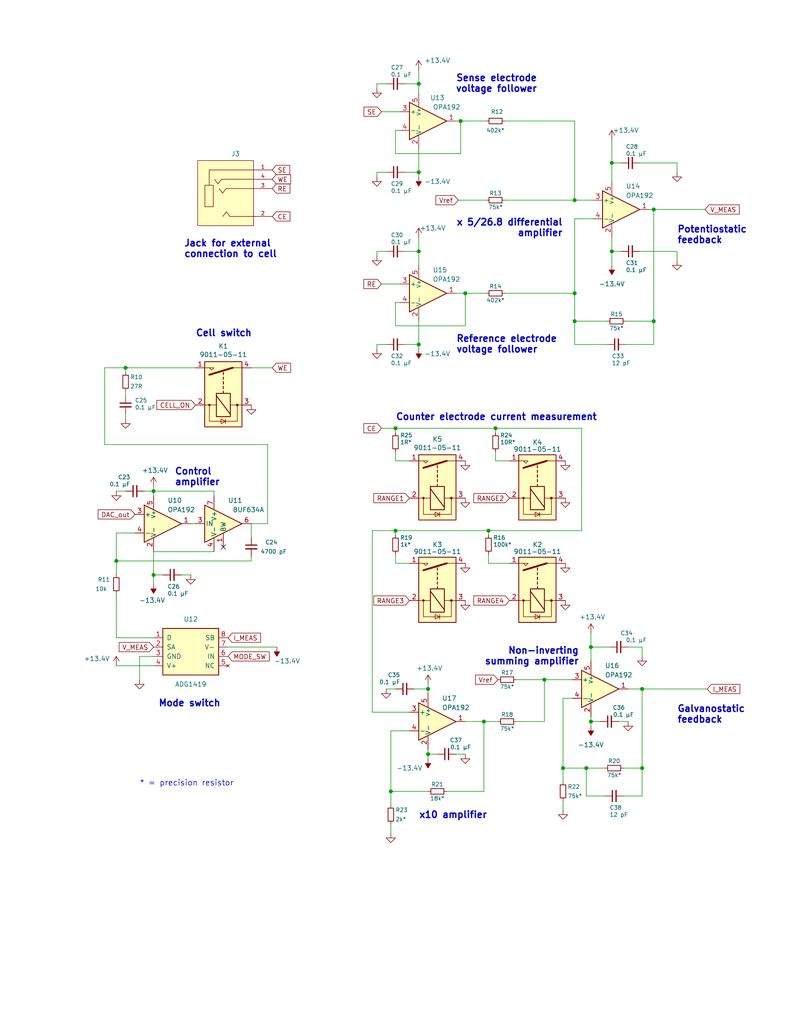
<source format=kicad_sch>
(kicad_sch (version 20211123) (generator eeschema)
  (paper "USLetter" portrait)
  (title_block (title "MYSTAT") (date "2024-05-04") (rev "1") (company "USB-Controlled Potentiostat/Galvanostat") (comment 1 "Based on TDSTATv3 designed by Thomas Dobbelaere") (comment 2 "by Matthew Yates"))
  (lib_symbols
    (symbol "Device:C_Small" (pin_numbers hide) (pin_names (offset 0.254) hide)
      (property "Reference" "C" (at 0.254 1.778 0))
      (property "Value" "C_Small" (at 0.254 -2.032 0))
      (symbol "C_Small_0_1"
        (polyline (pts (xy -1.524 -0.508) (xy 1.524 -0.508)) (stroke (width 0.3302)))
        (polyline (pts (xy -1.524 0.508) (xy 1.524 0.508)) (stroke (width 0.3048)))
      )
      (symbol "C_Small_1_1"
        (pin passive line (at 0 2.54 270) (length 2.032) (name "~") (number "1"))
        (pin passive line (at 0 -2.54 90) (length 2.032) (name "~") (number "2"))
      )
    )
    (symbol "Device:R_Small" (pin_numbers hide) (pin_names (offset 0.254) hide)
      (property "Reference" "R" (at 0.762 0.508 0))
      (property "Value" "R_Small" (at 0.762 -1.016 0))
      (symbol "R_Small_0_1"
        (rectangle (start -0.762 1.778) (end 0.762 -1.778) (stroke (width 0.2032)))
      )
      (symbol "R_Small_1_1"
        (pin passive line (at 0 2.54 270) (length 0.762) (name "~") (number "1"))
        (pin passive line (at 0 -2.54 90) (length 0.762) (name "~") (number "2"))
      )
    )
    (symbol "mylib:+13.4V" (power) (pin_names (offset 0))
      (property "Value" "+13.4V" (at 0 3.556 0))
      (symbol "+13.4V_0_1"
        (polyline (pts (xy -0.762 1.27) (xy 0 2.54)))
        (polyline (pts (xy 0 0) (xy 0 2.54)))
        (polyline (pts (xy 0 2.54) (xy 0.762 1.27)))
      )
      (symbol "+13.4V_1_1"
        (pin power_in line (at 0 0 90) (length 0) hide (name "+13.4V") (number "1"))
      )
    )
    (symbol "mylib:-13.4V" (power) (pin_names (offset 0))
      (property "Value" "-13.4V" (at 0 3.81 0))
      (symbol "-13.4V_0_0"
        (pin power_in line (at 0 0 90) (length 0) hide (name "-13.4V") (number "1"))
      )
      (symbol "-13.4V_0_1"
        (polyline (pts (xy 0 0) (xy 0 1.27) (xy 0.762 1.27) (xy 0 2.54) (xy -0.762 1.27) (xy 0 1.27)) (fill (type outline)))
      )
    )
    (symbol "mylib:9011-05-11" (pin_names (offset 1.016))
      (property "Reference" "K" (at 7.62 3.81 0))
      (property "Value" "9011-05-11" (at 7.62 1.27 0))
      (symbol "9011-05-11_0_0"
        (polyline (pts (xy 5.08 3.81) (xy 5.08 5.08)))
        (polyline (pts (xy 5.08 3.81) (xy 5.08 2.54) (xy 4.445 3.175) (xy 5.08 3.81)))
      )
      (symbol "9011-05-11_0_1"
        (rectangle (start -11.049 5.08) (end 6.731 -5.08) (stroke (width 0.254)) (fill (type background)))
        (rectangle (start -8.255 1.905) (end -1.905 -1.905) (stroke (width 0.254)))
        (circle (center -5.08 -3.81) (radius 0.2794) (fill (type outline)))
        (circle (center -5.08 3.81) (radius 0.254) (fill (type outline)))
        (polyline (pts (xy -8.89 -0.635) (xy -10.16 -0.635)))
        (polyline (pts (xy -7.62 -1.905) (xy -2.54 1.905)) (stroke (width 0.254)))
        (polyline (pts (xy -5.08 -5.08) (xy -5.08 -1.905)))
        (polyline (pts (xy -5.08 5.08) (xy -5.08 1.905)))
        (polyline (pts (xy -1.905 0) (xy -1.27 0)) (stroke (width 0.254)))
        (polyline (pts (xy -0.635 0) (xy 0 0)) (stroke (width 0.254)))
        (polyline (pts (xy 0.635 0) (xy 1.27 0)) (stroke (width 0.254)))
        (polyline (pts (xy 0.635 0) (xy 1.27 0)) (stroke (width 0.254)))
        (polyline (pts (xy 1.905 0) (xy 2.54 0)) (stroke (width 0.254)))
        (polyline (pts (xy 3.175 0) (xy 3.81 0)) (stroke (width 0.254)))
        (polyline (pts (xy 5.08 -2.54) (xy 3.175 3.81)) (stroke (width 0.508)))
        (polyline (pts (xy 5.08 -2.54) (xy 5.08 -5.08)))
        (polyline (pts (xy -9.525 -0.635) (xy -10.16 0.635) (xy -8.89 0.635) (xy -9.525 -0.635)))
        (polyline (pts (xy -5.08 3.81) (xy -9.525 3.81) (xy -9.525 -3.81) (xy -5.08 -3.81)))
      )
      (symbol "9011-05-11_1_1"
        (pin passive line (at 5.08 7.62 270) (length 2.54) (name "~") (number "1"))
        (pin passive line (at -5.08 7.62 270) (length 2.54) (name "~") (number "2"))
        (pin passive line (at -5.08 -7.62 90) (length 2.54) (name "~") (number "3"))
        (pin passive line (at 5.08 -7.62 90) (length 2.54) (name "~") (number "4"))
      )
    )
    (symbol "mylib:ADG1419" (pin_names (offset 1.016))
      (property "Reference" "U" (at -7.62 8.89 0))
      (property "Value" "ADG1419" (at -7.62 -6.35 0))
      (symbol "ADG1419_0_0"
        (rectangle (start -7.62 7.62) (end 7.62 -5.08) (stroke (width 0.254)) (fill (type background)))
        (pin passive line (at -10.16 5.08 0) (length 2.54) (name "D") (number "1"))
        (pin passive line (at -10.16 2.54 0) (length 2.54) (name "SA") (number "2"))
        (pin power_in line (at -10.16 0 0) (length 2.54) (name "GND") (number "3"))
        (pin power_in line (at -10.16 -2.54 0) (length 2.54) (name "V+") (number "4"))
        (pin no_connect line (at 10.16 -2.54 180) (length 2.54) (name "NC") (number "5"))
        (pin input line (at 10.16 0 180) (length 2.54) (name "IN") (number "6"))
        (pin power_in line (at 10.16 2.54 180) (length 2.54) (name "V-") (number "7"))
        (pin passive line (at 10.16 5.08 180) (length 2.54) (name "SB") (number "8"))
      )
    )
    (symbol "mylib:BUF634A" (pin_names (offset 0.254))
      (property "Reference" "U" (at 5.08 6.35 0))
      (property "Value" "BUF634A" (at 6.35 -6.35 0))
      (symbol "BUF634A_0_1"
        (polyline (pts (xy 5.08 0) (xy -5.08 5.08) (xy -5.08 -5.08) (xy 5.08 0)) (stroke (width 0.254)) (fill (type background)))
      )
      (symbol "BUF634A_1_1"
        (pin passive line (at 0 -6.35 90) (length 3.81) (name "BW") (number "1"))
        (pin input line (at -7.62 0 0) (length 2.54) (name "IN") (number "3"))
        (pin power_in line (at -2.54 -7.62 90) (length 3.81) (name "V-") (number "4"))
        (pin output line (at 7.62 0 180) (length 2.54) (name "~") (number "6"))
        (pin power_in line (at -2.54 7.62 270) (length 3.81) (name "V+") (number "7"))
      )
    )
    (symbol "mylib:OPA192" (pin_names (offset 0.127))
      (property "Reference" "U" (at 0 16.51 0))
      (property "Value" "OPA192" (at 0 -17.78 0))
      (symbol "OPA192_1_1"
        (polyline (pts (xy -5.08 5.08) (xy 5.08 0) (xy -5.08 -5.08) (xy -5.08 5.08)) (stroke (width 0.254)) (fill (type background)))
        (pin output line (at 7.62 0 180) (length 2.54) (name "~") (number "1"))
        (pin power_in line (at -2.54 -7.62 90) (length 3.81) (name "V-") (number "2"))
        (pin input line (at -7.62 2.54 0) (length 2.54) (name "+") (number "3"))
        (pin input line (at -7.62 -2.54 0) (length 2.54) (name "-") (number "4"))
        (pin power_in line (at -2.54 7.62 270) (length 3.81) (name "V+") (number "5"))
      )
    )
    (symbol "mylib:SJ1-42534-SMT" (pin_names (offset 1.016) hide)
      (property "Reference" "J" (at -7.62 10.668 0))
      (symbol "SJ1-42534-SMT_0_0"
        (polyline (pts (xy -5.6642 -2.413) (xy -5.6642 3.429)) (stroke (width 0.1524)))
        (polyline (pts (xy -5.6642 3.429) (xy -4.4958 3.429)) (stroke (width 0.1524)))
        (polyline (pts (xy -4.4958 3.429) (xy -3.3782 3.429)) (stroke (width 0.1524)))
        (polyline (pts (xy -4.4958 7.62) (xy -4.4958 3.429)) (stroke (width 0.1524)))
        (polyline (pts (xy -3.3782 -2.413) (xy -5.6642 -2.413)) (stroke (width 0.1524)))
        (polyline (pts (xy -3.3782 3.429) (xy -3.3782 -2.413)) (stroke (width 0.1524)))
        (polyline (pts (xy -2.0828 3.81) (xy -3.048 5.08)) (stroke (width 0.1524)))
        (polyline (pts (xy -1.143 5.08) (xy -2.0828 3.81)) (stroke (width 0.1524)))
        (polyline (pts (xy -0.8382 1.27) (xy -1.778 2.54)) (stroke (width 0.1524)))
        (polyline (pts (xy 0.127 2.54) (xy -0.8382 1.27)) (stroke (width 0.1524)))
        (polyline (pts (xy 0.2032 -3.81) (xy -0.762 -5.08)) (stroke (width 0.1524)))
        (polyline (pts (xy 1.143 -5.08) (xy 0.2032 -3.81)) (stroke (width 0.1524)))
        (polyline (pts (xy 7.62 2.54) (xy 0.127 2.54)) (stroke (width 0.1524)))
        (polyline (pts (xy 7.62 5.08) (xy -1.143 5.08)) (stroke (width 0.1524)))
        (polyline (pts (xy 7.62 7.62) (xy -4.4958 7.62)) (stroke (width 0.1524)))
        (polyline (pts (xy 8.255 -5.08) (xy 1.143 -5.08)) (stroke (width 0.1524)))
        (pin passive line (at 12.7 7.62 180) (length 5.08) (name "1") (number "1"))
        (pin passive line (at 12.7 -5.08 180) (length 5.08) (name "2") (number "2"))
        (pin passive line (at 12.7 2.54 180) (length 5.08) (name "3") (number "3"))
        (pin passive line (at 12.7 5.08 180) (length 5.08) (name "4") (number "4"))
      )
      (symbol "SJ1-42534-SMT_1_1"
        (rectangle (start -7.62 10.16) (end 7.62 -7.62) (fill (type background)))
      )
    )
    (symbol "power:GND" (power) (pin_names (offset 0))
      (property "Value" "GND" (at 0 -3.81 0))
      (symbol "GND_0_1"
        (polyline (pts (xy 0 0) (xy 0 -1.27) (xy 1.27 -1.27) (xy 0 -2.54) (xy -1.27 -1.27) (xy 0 -1.27)))
      )
      (symbol "GND_1_1"
        (pin power_in line (at 0 0 270) (length 0) hide (name "GND") (number "1"))
      )
    )
  )
  (junction (at 156.845 80.01))
  (junction (at 175.26 209.55))
  (junction (at 41.91 133.985))
  (junction (at 106.68 215.9))
  (junction (at 31.75 153.035))
  (junction (at 153.67 209.55))
  (junction (at 34.29 100.33))
  (junction (at 148.59 185.42))
  (junction (at 107.95 116.84))
  (junction (at 125.73 33.02))
  (junction (at 178.435 87.63))
  (junction (at 41.91 156.845))
  (junction (at 135.255 116.84))
  (junction (at 127 80.01))
  (junction (at 161.29 176.53))
  (junction (at 116.84 187.96))
  (junction (at 156.845 87.63))
  (junction (at 167.005 44.45))
  (junction (at 160.02 209.55))
  (junction (at 161.29 196.85))
  (junction (at 114.3 68.58))
  (junction (at 156.845 54.61))
  (junction (at 167.005 68.58))
  (junction (at 175.26 187.96))
  (junction (at 133.35 144.78))
  (junction (at 107.95 144.78))
  (junction (at 114.3 93.98))
  (junction (at 132.08 196.85))
  (junction (at 114.3 22.86))
  (junction (at 114.3 46.99))
  (junction (at 178.435 57.15))
  (junction (at 116.84 205.74))
  (no_connect (at 60.96 149.225))
  (wire (pts (xy 132.08 196.85) (xy 135.89 196.85)))
  (wire (pts (xy 31.75 153.035) (xy 31.75 156.845)))
  (wire (pts (xy 114.3 46.99) (xy 114.3 48.26)))
  (wire (pts (xy 161.29 196.85) (xy 161.29 198.12)))
  (wire (pts (xy 170.815 87.63) (xy 178.435 87.63)))
  (wire (pts (xy 156.845 54.61) (xy 161.925 54.61)))
  (wire (pts (xy 160.02 209.55) (xy 165.1 209.55)))
  (wire (pts (xy 171.45 176.53) (xy 175.26 176.53)))
  (wire (pts (xy 178.435 57.15) (xy 192.405 57.15)))
  (wire (pts (xy 127 196.85) (xy 132.08 196.85)))
  (wire (pts (xy 161.29 180.34) (xy 161.29 176.53)))
  (wire (pts (xy 106.68 199.39) (xy 106.68 215.9)))
  (wire (pts (xy 175.26 176.53) (xy 175.26 179.07)))
  (wire (pts (xy 73.025 121.285) (xy 28.575 121.285)))
  (wire (pts (xy 156.845 33.02) (xy 137.795 33.02)))
  (wire (pts (xy 156.845 87.63) (xy 156.845 80.01)))
  (wire (pts (xy 167.005 68.58) (xy 167.005 72.39)))
  (wire (pts (xy 153.67 209.55) (xy 153.67 213.36)))
  (wire (pts (xy 31.75 145.415) (xy 36.83 145.415)))
  (wire (pts (xy 102.87 46.99) (xy 102.87 48.26)))
  (wire (pts (xy 166.37 176.53) (xy 161.29 176.53)))
  (wire (pts (xy 34.29 100.33) (xy 53.34 100.33)))
  (wire (pts (xy 105.41 187.96) (xy 107.95 187.96)))
  (wire (pts (xy 133.35 153.67) (xy 133.35 151.13)))
  (wire (pts (xy 102.87 93.98) (xy 102.87 95.25)))
  (wire (pts (xy 160.02 217.17) (xy 160.02 209.55)))
  (wire (pts (xy 165.735 87.63) (xy 156.845 87.63)))
  (wire (pts (xy 44.45 156.845) (xy 41.91 156.845)))
  (wire (pts (xy 139.065 125.73) (xy 135.255 125.73)))
  (wire (pts (xy 41.91 173.99) (xy 31.75 173.99)))
  (wire (pts (xy 109.22 35.56) (xy 107.95 35.56)))
  (wire (pts (xy 113.03 187.96) (xy 116.84 187.96)))
  (wire (pts (xy 114.3 40.64) (xy 114.3 46.99)))
  (wire (pts (xy 31.75 145.415) (xy 31.75 153.035)))
  (wire (pts (xy 167.005 68.58) (xy 167.005 64.77)))
  (wire (pts (xy 106.68 215.9) (xy 106.68 219.71)))
  (wire (pts (xy 127 80.01) (xy 127 88.9)))
  (wire (pts (xy 177.165 57.15) (xy 178.435 57.15)))
  (wire (pts (xy 175.26 217.17) (xy 170.18 217.17)))
  (wire (pts (xy 174.625 44.45) (xy 184.785 44.45)))
  (wire (pts (xy 34.29 114.3) (xy 34.29 113.03)))
  (wire (pts (xy 104.14 30.48) (xy 109.22 30.48)))
  (wire (pts (xy 156.845 93.98) (xy 156.845 87.63)))
  (wire (pts (xy 161.29 176.53) (xy 161.29 172.72)))
  (wire (pts (xy 125.73 33.02) (xy 125.73 41.91)))
  (wire (pts (xy 114.3 25.4) (xy 114.3 22.86)))
  (wire (pts (xy 169.545 68.58) (xy 167.005 68.58)))
  (wire (pts (xy 102.87 22.86) (xy 102.87 24.13)))
  (wire (pts (xy 41.91 133.985) (xy 41.91 135.255)))
  (wire (pts (xy 133.35 153.67) (xy 139.065 153.67)))
  (wire (pts (xy 116.84 204.47) (xy 116.84 205.74)))
  (wire (pts (xy 107.95 151.13) (xy 107.95 153.67)))
  (wire (pts (xy 158.75 116.84) (xy 158.75 144.78)))
  (wire (pts (xy 107.95 144.78) (xy 133.35 144.78)))
  (wire (pts (xy 41.91 156.845) (xy 41.91 159.385)))
  (wire (pts (xy 124.46 33.02) (xy 125.73 33.02)))
  (wire (pts (xy 178.435 87.63) (xy 178.435 93.98)))
  (wire (pts (xy 38.1 179.07) (xy 38.1 185.42)))
  (wire (pts (xy 68.58 146.685) (xy 68.58 142.875)))
  (wire (pts (xy 124.46 80.01) (xy 127 80.01)))
  (wire (pts (xy 175.26 209.55) (xy 170.18 209.55)))
  (wire (pts (xy 175.26 187.96) (xy 175.26 209.55)))
  (wire (pts (xy 156.845 59.69) (xy 161.925 59.69)))
  (wire (pts (xy 175.26 187.96) (xy 193.04 187.96)))
  (wire (pts (xy 132.08 215.9) (xy 132.08 196.85)))
  (wire (pts (xy 107.95 123.19) (xy 107.95 125.73)))
  (wire (pts (xy 73.025 142.875) (xy 73.025 121.285)))
  (wire (pts (xy 110.49 22.86) (xy 114.3 22.86)))
  (wire (pts (xy 132.715 54.61) (xy 125.095 54.61)))
  (wire (pts (xy 153.67 218.44) (xy 153.67 220.98)))
  (wire (pts (xy 105.41 46.99) (xy 102.87 46.99)))
  (wire (pts (xy 110.49 68.58) (xy 114.3 68.58)))
  (wire (pts (xy 107.95 116.84) (xy 107.95 118.11)))
  (wire (pts (xy 116.84 187.96) (xy 116.84 189.23)))
  (wire (pts (xy 39.37 133.985) (xy 41.91 133.985)))
  (wire (pts (xy 132.715 33.02) (xy 125.73 33.02)))
  (wire (pts (xy 28.575 121.285) (xy 28.575 100.33)))
  (wire (pts (xy 49.53 156.845) (xy 52.07 156.845)))
  (wire (pts (xy 163.83 196.85) (xy 161.29 196.85)))
  (wire (pts (xy 58.42 150.495) (xy 41.91 150.495)))
  (wire (pts (xy 135.255 116.84) (xy 107.95 116.84)))
  (wire (pts (xy 68.58 142.875) (xy 73.025 142.875)))
  (wire (pts (xy 41.91 179.07) (xy 38.1 179.07)))
  (wire (pts (xy 148.59 196.85) (xy 140.97 196.85)))
  (wire (pts (xy 105.41 22.86) (xy 102.87 22.86)))
  (wire (pts (xy 105.41 93.98) (xy 102.87 93.98)))
  (wire (pts (xy 148.59 185.42) (xy 148.59 196.85)))
  (wire (pts (xy 127 88.9) (xy 107.95 88.9)))
  (wire (pts (xy 121.92 215.9) (xy 132.08 215.9)))
  (wire (pts (xy 31.75 133.985) (xy 34.29 133.985)))
  (wire (pts (xy 101.6 144.78) (xy 101.6 194.31)))
  (wire (pts (xy 135.255 123.19) (xy 135.255 125.73)))
  (wire (pts (xy 68.58 153.035) (xy 68.58 151.765)))
  (wire (pts (xy 107.95 35.56) (xy 107.95 41.91)))
  (wire (pts (xy 107.95 82.55) (xy 109.22 82.55)))
  (wire (pts (xy 107.95 125.73) (xy 111.76 125.73)))
  (wire (pts (xy 68.58 100.33) (xy 74.295 100.33)))
  (wire (pts (xy 31.75 173.99) (xy 31.75 161.925)))
  (wire (pts (xy 41.91 133.985) (xy 58.42 133.985)))
  (wire (pts (xy 107.95 153.67) (xy 111.76 153.67)))
  (wire (pts (xy 156.21 190.5) (xy 153.67 190.5)))
  (wire (pts (xy 148.59 185.42) (xy 156.21 185.42)))
  (wire (pts (xy 161.29 195.58) (xy 161.29 196.85)))
  (wire (pts (xy 140.97 185.42) (xy 148.59 185.42)))
  (wire (pts (xy 178.435 57.15) (xy 178.435 87.63)))
  (wire (pts (xy 153.67 209.55) (xy 160.02 209.55)))
  (wire (pts (xy 41.91 132.715) (xy 41.91 133.985)))
  (wire (pts (xy 170.815 93.98) (xy 178.435 93.98)))
  (wire (pts (xy 116.84 215.9) (xy 106.68 215.9)))
  (wire (pts (xy 114.3 68.58) (xy 114.3 64.77)))
  (wire (pts (xy 114.3 22.86) (xy 114.3 19.05)))
  (wire (pts (xy 111.76 199.39) (xy 106.68 199.39)))
  (wire (pts (xy 165.1 217.17) (xy 160.02 217.17)))
  (wire (pts (xy 34.29 106.68) (xy 34.29 107.95)))
  (wire (pts (xy 106.68 224.79) (xy 106.68 227.33)))
  (wire (pts (xy 41.91 150.495) (xy 41.91 156.845)))
  (wire (pts (xy 62.23 176.53) (xy 75.565 176.53)))
  (wire (pts (xy 167.005 44.45) (xy 167.005 49.53)))
  (wire (pts (xy 52.07 142.875) (xy 53.34 142.875)))
  (wire (pts (xy 184.785 44.45) (xy 184.785 46.99)))
  (wire (pts (xy 31.75 153.035) (xy 68.58 153.035)))
  (wire (pts (xy 169.545 44.45) (xy 167.005 44.45)))
  (wire (pts (xy 114.3 93.98) (xy 114.3 95.25)))
  (wire (pts (xy 114.3 87.63) (xy 114.3 93.98)))
  (wire (pts (xy 132.715 80.01) (xy 127 80.01)))
  (wire (pts (xy 116.84 186.69) (xy 116.84 187.96)))
  (wire (pts (xy 34.29 100.33) (xy 34.29 101.6)))
  (wire (pts (xy 102.87 68.58) (xy 102.87 69.85)))
  (wire (pts (xy 114.3 68.58) (xy 114.3 72.39)))
  (wire (pts (xy 184.785 71.12) (xy 184.785 68.58)))
  (wire (pts (xy 156.845 93.98) (xy 165.735 93.98)))
  (wire (pts (xy 167.005 38.1) (xy 167.005 44.45)))
  (wire (pts (xy 105.41 68.58) (xy 102.87 68.58)))
  (wire (pts (xy 110.49 46.99) (xy 114.3 46.99)))
  (wire (pts (xy 104.14 116.84) (xy 107.95 116.84)))
  (wire (pts (xy 119.38 205.74) (xy 116.84 205.74)))
  (wire (pts (xy 168.91 196.85) (xy 171.45 196.85)))
  (wire (pts (xy 109.22 77.47) (xy 104.14 77.47)))
  (wire (pts (xy 107.95 82.55) (xy 107.95 88.9)))
  (wire (pts (xy 101.6 194.31) (xy 111.76 194.31)))
  (wire (pts (xy 135.255 116.84) (xy 135.255 118.11)))
  (wire (pts (xy 41.91 181.61) (xy 31.75 181.61)))
  (wire (pts (xy 156.845 59.69) (xy 156.845 80.01)))
  (wire (pts (xy 101.6 144.78) (xy 107.95 144.78)))
  (wire (pts (xy 125.73 41.91) (xy 107.95 41.91)))
  (wire (pts (xy 175.26 209.55) (xy 175.26 217.17)))
  (wire (pts (xy 158.75 116.84) (xy 135.255 116.84)))
  (wire (pts (xy 58.42 133.985) (xy 58.42 135.255)))
  (wire (pts (xy 171.45 187.96) (xy 175.26 187.96)))
  (wire (pts (xy 137.795 54.61) (xy 156.845 54.61)))
  (wire (pts (xy 28.575 100.33) (xy 34.29 100.33)))
  (wire (pts (xy 153.67 190.5) (xy 153.67 209.55)))
  (wire (pts (xy 107.95 144.78) (xy 107.95 146.05)))
  (wire (pts (xy 184.785 68.58) (xy 174.625 68.58)))
  (wire (pts (xy 116.84 205.74) (xy 116.84 207.01)))
  (wire (pts (xy 133.35 144.78) (xy 158.75 144.78)))
  (wire (pts (xy 137.795 80.01) (xy 156.845 80.01)))
  (wire (pts (xy 156.845 33.02) (xy 156.845 54.61)))
  (wire (pts (xy 124.46 205.74) (xy 127 205.74)))
  (wire (pts (xy 133.35 146.05) (xy 133.35 144.78)))
  (wire (pts (xy 110.49 93.98) (xy 114.3 93.98)))
  (text "Sense electrode\nvoltage follower" (at 146.685 25.4 180) (effects (font (size 1.8034 1.8034) (thickness 0.3607) bold) (justify right bottom)))
  (text "Mode switch" (at 43.18 193.04 0) (effects (font (size 1.8034 1.8034) (thickness 0.3607) bold) (justify left bottom)))
  (text "x10 amplifier" (at 114.3 223.52 0) (effects (font (size 1.8034 1.8034) (thickness 0.3607) bold) (justify left bottom)))
  (text "Galvanostatic\nfeedback" (at 184.785 197.485 0) (effects (font (size 1.8034 1.8034) (thickness 0.3607) bold) (justify left bottom)))
  (text "Non-inverting\nsumming amplifier" (at 158.115 181.61 180) (effects (font (size 1.8034 1.8034) (thickness 0.3607) bold) (justify right bottom)))
  (text "* = precision resistor" (at 38.1 214.63 0) (effects (font (size 1.524 1.524)) (justify left bottom)))
  (text "Counter electrode current measurement" (at 107.95 114.935 0) (effects (font (size 1.8034 1.8034) (thickness 0.3607) bold) (justify left bottom)))
  (text "x 5/26.8 differential\namplifier" (at 153.67 64.77 180) (effects (font (size 1.8034 1.8034) (thickness 0.3607) bold) (justify right bottom)))
  (text "Reference electrode\nvoltage follower" (at 124.46 96.52 0) (effects (font (size 1.8034 1.8034) (thickness 0.3607) bold) (justify left bottom)))
  (text "Control\namplifier" (at 47.625 132.715 0) (effects (font (size 1.8034 1.8034) (thickness 0.3607) bold) (justify left bottom)))
  (text "Cell switch" (at 53.34 92.075 0) (effects (font (size 1.8034 1.8034) (thickness 0.3607) bold) (justify left bottom)))
  (text "Potentiostatic\nfeedback" (at 184.785 66.675 0) (effects (font (size 1.8034 1.8034) (thickness 0.3607) bold) (justify left bottom)))
  (text "Jack for external\nconnection to cell" (at 50.165 70.485 0) (effects (font (size 1.8034 1.8034) (thickness 0.3607) bold) (justify left bottom)))
  (global_label "RE" (shape input) (at 104.14 77.47 180) (property "Intersheet References" "${INTERSHEET_REFS}" (effects hide)))
  (global_label "CELL_ON" (shape input) (at 53.34 110.49 180) (property "Intersheet References" "${INTERSHEET_REFS}" (effects hide)))
  (global_label "RE" (shape input) (at 74.295 51.435 0) (property "Intersheet References" "${INTERSHEET_REFS}" (effects hide)))
  (global_label "I_MEAS" (shape input) (at 193.04 187.96 0) (property "Intersheet References" "${INTERSHEET_REFS}" (effects hide)))
  (global_label "SE" (shape input) (at 104.14 30.48 180) (property "Intersheet References" "${INTERSHEET_REFS}" (effects hide)))
  (global_label "MODE_SW" (shape input) (at 62.23 179.07 0) (property "Intersheet References" "${INTERSHEET_REFS}" (effects hide)))
  (global_label "RANGE4" (shape input) (at 139.065 163.83 180) (property "Intersheet References" "${INTERSHEET_REFS}" (effects hide)))
  (global_label "DAC_out" (shape input) (at 36.83 140.335 180) (property "Intersheet References" "${INTERSHEET_REFS}" (effects hide)))
  (global_label "WE" (shape input) (at 74.295 100.33 0) (property "Intersheet References" "${INTERSHEET_REFS}" (effects hide)))
  (global_label "RANGE2" (shape input) (at 139.065 135.89 180) (property "Intersheet References" "${INTERSHEET_REFS}" (effects hide)))
  (global_label "CE" (shape input) (at 104.14 116.84 180) (property "Intersheet References" "${INTERSHEET_REFS}" (effects hide)))
  (global_label "SE" (shape input) (at 74.295 46.355 0) (property "Intersheet References" "${INTERSHEET_REFS}" (effects hide)))
  (global_label "WE" (shape input) (at 74.295 48.895 0) (property "Intersheet References" "${INTERSHEET_REFS}" (effects hide)))
  (global_label "I_MEAS" (shape input) (at 62.23 173.99 0) (property "Intersheet References" "${INTERSHEET_REFS}" (effects hide)))
  (global_label "V_MEAS" (shape input) (at 41.91 176.53 180) (property "Intersheet References" "${INTERSHEET_REFS}" (effects hide)))
  (global_label "CE" (shape input) (at 74.295 59.055 0) (property "Intersheet References" "${INTERSHEET_REFS}" (effects hide)))
  (global_label "RANGE3" (shape input) (at 111.76 163.83 180) (property "Intersheet References" "${INTERSHEET_REFS}" (effects hide)))
  (global_label "Vref" (shape input) (at 135.89 185.42 180) (property "Intersheet References" "${INTERSHEET_REFS}" (effects hide)))
  (global_label "RANGE1" (shape input) (at 111.76 135.89 180) (property "Intersheet References" "${INTERSHEET_REFS}" (effects hide)))
  (global_label "Vref" (shape input) (at 125.095 54.61 180) (property "Intersheet References" "${INTERSHEET_REFS}" (effects hide)))
  (global_label "V_MEAS" (shape input) (at 192.405 57.15 0) (property "Intersheet References" "${INTERSHEET_REFS}" (effects hide)))
  (symbol (lib_id "mylib:OPA192") (at 116.84 33.02 0) (unit 1)
    (property "Reference" "U13" (at 119.38 26.67 0))
    (property "Value" "OPA192" (at 121.92 29.21 0))
    (property "Footprint" "my_footprints:OPA192" (effects hide))
    (property "Datasheet" "http://www.ti.com/general/docs/suppproductinfo.tsp?distId=10&gotoUrl=http%3A%2F%2Fwww.ti.com%2Flit%2Fgpn%2Fopa192" (effects hide))
    (property "Manufacturer" "Texas Instruments" (effects hide))
    (property "Part Number" "OPA192IDBVR" (effects hide))
  )
  (symbol (lib_id "Device:C_Small") (at 34.29 110.49 0) (unit 1)
    (property "Reference" "C25" (at 36.83 109.22 0) (effects (font (size 1.0922 1.0922)) (justify left)))
    (property "Value" "0.1 µF" (at 36.83 111.76 0) (effects (font (size 1.0922 1.0922)) (justify left bottom)))
    (property "Footprint" "Capacitor_SMD:C_0805_2012Metric" (effects hide))
    (property "Datasheet" "http://datasheets.avx.com/X7RDielectric.pdf" (effects hide))
    (property "Manufacturer" "AVX Corporation" (effects hide))
    (property "Part Number" "08055C104KAT2A" (effects hide))
  )
  (symbol (lib_id "Device:R_Small") (at 34.29 104.14 0) (unit 1)
    (property "Reference" "R10" (at 35.56 102.87 0) (effects (font (size 1.0922 1.0922)) (justify left)))
    (property "Value" "27R" (at 35.56 105.41 0) (effects (font (size 1.0922 1.0922)) (justify left)))
    (property "Footprint" "Resistor_SMD:R_0805_2012Metric" (effects hide))
    (property "Datasheet" "https://industrial.panasonic.com/cdbs/www-data/pdf/RDA0000/AOA0000C304.pdf" (effects hide))
    (property "Manufacturer" "Panasonic Electronic Components" (effects hide))
    (property "Part Number" "ERJ-6ENF27R0V" (effects hide))
  )
  (symbol (lib_id "power:GND") (at 34.29 114.3 0) (unit 1)
    (property "Reference" "#PWR049" (effects hide))
    (property "Value" "GND" (effects hide))
  )
  (symbol (lib_id "Device:C_Small") (at 68.58 149.225 0) (unit 1)
    (property "Reference" "C24" (at 72.39 147.955 0) (effects (font (size 1.0922 1.0922)) (justify left)))
    (property "Value" "4700 pF" (at 71.12 150.495 0) (effects (font (size 1.0922 1.0922)) (justify left)))
    (property "Footprint" "Capacitor_SMD:C_0805_2012Metric" (effects hide))
    (property "Datasheet" "http://www.yageo.com/documents/recent/UPY-GPHC_X7R_6.3V-to-50V_18.pdf" (effects hide))
    (property "Manufacturer" "Yageo" (effects hide))
    (property "Part Number" "CC0805KRX7R9BB472" (effects hide))
  )
  (symbol (lib_id "Device:R_Small") (at 31.75 159.385 0) (unit 1)
    (property "Reference" "R11" (at 26.67 158.115 0) (effects (font (size 1.0922 1.0922)) (justify left)))
    (property "Value" "10k" (at 29.21 160.655 0) (effects (font (size 1.0922 1.0922)) (justify right)))
    (property "Footprint" "Resistor_SMD:R_0805_2012Metric" (effects hide))
    (property "Datasheet" "http://www.yageo.com/documents/recent/PYu-RC_Group_51_RoHS_L_9.pdf" (effects hide))
    (property "Manufacturer" "Yageo" (effects hide))
    (property "Part Number" "RC0805FR-0710KL" (effects hide))
  )
  (symbol (lib_id "power:GND") (at 38.1 185.42 0) (unit 1)
    (property "Reference" "#PWR054" (effects hide))
    (property "Value" "GND" (effects hide))
  )
  (symbol (lib_id "power:GND") (at 68.58 110.49 0) (unit 1)
    (property "Reference" "#PWR047" (effects hide))
    (property "Value" "GND" (effects hide))
  )
  (symbol (lib_id "Device:R_Small") (at 135.255 33.02 270) (mirror x) (unit 1)
    (property "Reference" "R12" (at 133.985 30.48 90) (effects (font (size 1.0922 1.0922)) (justify left)))
    (property "Value" "402k*" (at 132.715 35.56 90) (effects (font (size 1.0922 1.0922)) (justify left)))
    (property "Footprint" "Resistor_SMD:R_0805_2012Metric" (effects hide))
    (property "Datasheet" "https://industrial.panasonic.com/cdbs/www-data/pdf/RDM0000/AOA0000C307.pdf" (effects hide))
    (property "Manufacturer" "Panasonic Electronic Components" (effects hide))
    (property "Part Number" "ERA-6AEB4023V" (effects hide))
  )
  (symbol (lib_id "Device:R_Small") (at 135.255 80.01 270) (unit 1)
    (property "Reference" "R14" (at 135.255 78.74 90) (effects (font (size 1.0922 1.0922)) (justify bottom)))
    (property "Value" "402k*" (at 135.255 81.28 90) (effects (font (size 1.0922 1.0922)) (justify top)))
    (property "Footprint" "Resistor_SMD:R_0805_2012Metric" (effects hide))
    (property "Datasheet" "https://industrial.panasonic.com/cdbs/www-data/pdf/RDM0000/AOA0000C307.pdf" (effects hide))
    (property "Manufacturer" "Panasonic Electronic Components" (effects hide))
    (property "Part Number" "ERA-6AEB4023V" (effects hide))
  )
  (symbol (lib_id "Device:R_Small") (at 135.255 54.61 270) (mirror x) (unit 1)
    (property "Reference" "R13" (at 135.255 53.34 90) (effects (font (size 1.0922 1.0922)) (justify top)))
    (property "Value" "75k*" (at 135.255 55.88 90) (effects (font (size 1.0922 1.0922)) (justify bottom)))
    (property "Footprint" "Resistor_SMD:R_0805_2012Metric" (effects hide))
    (property "Datasheet" "https://industrial.panasonic.com/cdbs/www-data/pdf/RDM0000/AOA0000C307.pdf" (effects hide))
    (property "Manufacturer" "Panasonic Electronic Components" (effects hide))
    (property "Part Number" "ERA-6AEB753V" (effects hide))
  )
  (symbol (lib_id "Device:R_Small") (at 168.275 87.63 270) (mirror x) (unit 1)
    (property "Reference" "R15" (at 168.275 85.09 90) (effects (font (size 1.0922 1.0922)) (justify bottom)))
    (property "Value" "75k*" (at 168.275 90.17 90) (effects (font (size 1.0922 1.0922)) (justify top)))
    (property "Footprint" "Resistor_SMD:R_0805_2012Metric" (effects hide))
    (property "Datasheet" "https://industrial.panasonic.com/cdbs/www-data/pdf/RDM0000/AOA0000C307.pdf" (effects hide))
    (property "Manufacturer" "Panasonic Electronic Components" (effects hide))
    (property "Part Number" "ERA-6AEB753V" (effects hide))
  )
  (symbol (lib_id "Device:C_Small") (at 110.49 187.96 90) (unit 1)
    (property "Reference" "C35" (at 109.22 184.15 90) (effects (font (size 1.0922 1.0922)) (justify left)))
    (property "Value" "0.1 µF" (at 109.22 186.69 90) (effects (font (size 1.0922 1.0922)) (justify left top)))
    (property "Footprint" "Capacitor_SMD:C_0805_2012Metric" (effects hide))
    (property "Datasheet" "http://datasheets.avx.com/X7RDielectric.pdf" (effects hide))
    (property "Manufacturer" "AVX Corporation" (effects hide))
    (property "Part Number" "08055C104KAT2A" (effects hide))
  )
  (symbol (lib_id "Device:C_Small") (at 121.92 205.74 90) (unit 1)
    (property "Reference" "C37" (at 124.46 201.93 90) (effects (font (size 1.0922 1.0922))))
    (property "Value" "0.1 µF" (at 125.73 204.47 90) (effects (font (size 1.0922 1.0922)) (justify top)))
    (property "Footprint" "Capacitor_SMD:C_0805_2012Metric" (effects hide))
    (property "Datasheet" "http://datasheets.avx.com/X7RDielectric.pdf" (effects hide))
    (property "Manufacturer" "AVX Corporation" (effects hide))
    (property "Part Number" "08055C104KAT2A" (effects hide))
  )
  (symbol (lib_id "power:GND") (at 127 205.74 0) (unit 1)
    (property "Reference" "#PWR074" (effects hide))
    (property "Value" "GND" (effects hide))
  )
  (symbol (lib_id "power:GND") (at 105.41 187.96 0) (unit 1)
    (property "Reference" "#PWR070" (effects hide))
    (property "Value" "GND" (effects hide))
  )
  (symbol (lib_id "Device:C_Small") (at 36.83 133.985 90) (unit 1)
    (property "Reference" "C23" (at 35.56 130.175 90) (effects (font (size 1.0922 1.0922)) (justify left)))
    (property "Value" "0.1 µF" (at 35.56 132.715 90) (effects (font (size 1.0922 1.0922)) (justify left top)))
    (property "Footprint" "Capacitor_SMD:C_0805_2012Metric" (effects hide))
    (property "Datasheet" "http://datasheets.avx.com/X7RDielectric.pdf" (effects hide))
    (property "Manufacturer" "AVX Corporation" (effects hide))
    (property "Part Number" "08055C104KAT2A" (effects hide))
  )
  (symbol (lib_id "power:GND") (at 31.75 133.985 0) (unit 1)
    (property "Reference" "#PWR045" (effects hide))
    (property "Value" "GND" (effects hide))
  )
  (symbol (lib_id "Device:C_Small") (at 46.99 156.845 90) (unit 1)
    (property "Reference" "C26" (at 45.72 159.385 90) (effects (font (size 1.0922 1.0922)) (justify right bottom)))
    (property "Value" "0.1 µF" (at 45.72 161.925 90) (effects (font (size 1.0922 1.0922)) (justify right)))
    (property "Footprint" "Capacitor_SMD:C_0805_2012Metric" (effects hide))
    (property "Datasheet" "http://datasheets.avx.com/X7RDielectric.pdf" (effects hide))
    (property "Manufacturer" "AVX Corporation" (effects hide))
    (property "Part Number" "08055C104KAT2A" (effects hide))
  )
  (symbol (lib_id "power:GND") (at 52.07 156.845 0) (unit 1)
    (property "Reference" "#PWR048" (effects hide))
    (property "Value" "GND" (effects hide))
  )
  (symbol (lib_id "Device:R_Small") (at 135.255 120.65 0) (unit 1)
    (property "Reference" "R24" (at 136.525 118.745 0) (effects (font (size 1.0922 1.0922)) (justify left)))
    (property "Value" "10R*" (at 136.525 120.65 0) (effects (font (size 1.0922 1.0922)) (justify left)))
    (property "Footprint" "Resistor_SMD:R_0805_2012Metric" (effects hide))
    (property "Datasheet" "https://www.te.com/commerce/DocumentDelivery/DDEController?Action=srchrtrv&DocNm=1773272&DocType=DS&DocLang=English" (effects hide))
    (property "Manufacturer" "TE Connectivity Passive Product" (effects hide))
    (property "Part Number" "2-1625868-7" (effects hide))
  )
  (symbol (lib_id "Device:R_Small") (at 107.95 148.59 0) (unit 1)
    (property "Reference" "R19" (at 109.22 146.685 0) (effects (font (size 1.0922 1.0922)) (justify left)))
    (property "Value" "1k*" (at 109.22 148.59 0) (effects (font (size 1.0922 1.0922)) (justify left)))
    (property "Footprint" "Resistor_SMD:R_0805_2012Metric" (effects hide))
    (property "Datasheet" "https://industrial.panasonic.com/cdbs/www-data/pdf/RDM0000/AOA0000C307.pdf" (effects hide))
    (property "Manufacturer" "Panasonic Electronic Components" (effects hide))
    (property "Part Number" "ERA-6AEB102V" (effects hide))
  )
  (symbol (lib_id "Device:R_Small") (at 133.35 148.59 0) (unit 1)
    (property "Reference" "R16" (at 134.62 146.685 0) (effects (font (size 1.0922 1.0922)) (justify left)))
    (property "Value" "100k*" (at 134.62 148.59 0) (effects (font (size 1.0922 1.0922)) (justify left)))
    (property "Footprint" "Resistor_SMD:R_0805_2012Metric" (effects hide))
    (property "Datasheet" "https://industrial.panasonic.com/cdbs/www-data/pdf/RDM0000/AOA0000C307.pdf" (effects hide))
    (property "Manufacturer" "Panasonic Electronic Components" (effects hide))
    (property "Part Number" "ERA-6AEB104V" (effects hide))
  )
  (symbol (lib_id "power:GND") (at 127 153.67 0) (unit 1)
    (property "Reference" "#PWR075" (effects hide))
    (property "Value" "GND" (effects hide))
  )
  (symbol (lib_id "power:GND") (at 154.305 153.67 0) (unit 1)
    (property "Reference" "#PWR068" (effects hide))
    (property "Value" "GND" (effects hide))
  )
  (symbol (lib_id "power:GND") (at 154.305 125.73 0) (unit 1)
    (property "Reference" "#PWR080" (effects hide))
    (property "Value" "GND" (effects hide))
  )
  (symbol (lib_id "Device:R_Small") (at 106.68 222.25 0) (unit 1)
    (property "Reference" "R23" (at 107.95 220.98 0) (effects (font (size 1.0922 1.0922)) (justify left)))
    (property "Value" "2k*" (at 107.95 223.52 0) (effects (font (size 1.0922 1.0922)) (justify left)))
    (property "Footprint" "Resistor_SMD:R_0805_2012Metric" (effects hide))
    (property "Datasheet" "https://industrial.panasonic.com/cdbs/www-data/pdf/RDM0000/AOA0000C307.pdf" (effects hide))
    (property "Manufacturer" "Panasonic Electronic Components" (effects hide))
    (property "Part Number" "ERA-6AEB202V" (effects hide))
  )
  (symbol (lib_id "power:GND") (at 106.68 227.33 0) (unit 1)
    (property "Reference" "#PWR079" (effects hide))
    (property "Value" "GND" (effects hide))
  )
  (symbol (lib_id "Device:R_Small") (at 119.38 215.9 90) (unit 1)
    (property "Reference" "R21" (at 119.38 213.36 90) (effects (font (size 1.0922 1.0922)) (justify bottom)))
    (property "Value" "18k*" (at 119.38 218.44 90) (effects (font (size 1.0922 1.0922)) (justify top)))
    (property "Footprint" "Resistor_SMD:R_0805_2012Metric" (effects hide))
    (property "Datasheet" "https://industrial.panasonic.com/cdbs/www-data/pdf/RDM0000/AOA0000C307.pdf" (effects hide))
    (property "Manufacturer" "Panasonic Electronic Components" (effects hide))
    (property "Part Number" "ERA-6AEB183V" (effects hide))
  )
  (symbol (lib_id "Device:R_Small") (at 138.43 196.85 90) (unit 1)
    (property "Reference" "R18" (at 138.43 194.31 90) (effects (font (size 1.0922 1.0922)) (justify bottom)))
    (property "Value" "75k*" (at 138.43 199.39 90) (effects (font (size 1.0922 1.0922)) (justify top)))
    (property "Footprint" "Resistor_SMD:R_0805_2012Metric" (effects hide))
    (property "Datasheet" "https://industrial.panasonic.com/cdbs/www-data/pdf/RDM0000/AOA0000C307.pdf" (effects hide))
    (property "Manufacturer" "Panasonic Electronic Components" (effects hide))
    (property "Part Number" "ERA-6AEB753V" (effects hide))
  )
  (symbol (lib_id "Device:R_Small") (at 138.43 185.42 90) (unit 1)
    (property "Reference" "R17" (at 138.43 182.88 90) (effects (font (size 1.0922 1.0922)) (justify bottom)))
    (property "Value" "75k*" (at 138.43 187.96 90) (effects (font (size 1.0922 1.0922)) (justify top)))
    (property "Footprint" "Resistor_SMD:R_0805_2012Metric" (effects hide))
    (property "Datasheet" "https://industrial.panasonic.com/cdbs/www-data/pdf/RDM0000/AOA0000C307.pdf" (effects hide))
    (property "Manufacturer" "Panasonic Electronic Components" (effects hide))
    (property "Part Number" "ERA-6AEB753V" (effects hide))
  )
  (symbol (lib_id "Device:R_Small") (at 153.67 215.9 0) (unit 1)
    (property "Reference" "R22" (at 154.94 214.63 0) (effects (font (size 1.0922 1.0922)) (justify left)))
    (property "Value" "75k*" (at 154.94 217.17 0) (effects (font (size 1.0922 1.0922)) (justify left)))
    (property "Footprint" "Resistor_SMD:R_0805_2012Metric" (effects hide))
    (property "Datasheet" "https://industrial.panasonic.com/cdbs/www-data/pdf/RDM0000/AOA0000C307.pdf" (effects hide))
    (property "Manufacturer" "Panasonic Electronic Components" (effects hide))
    (property "Part Number" "ERA-6AEB753V" (effects hide))
  )
  (symbol (lib_id "Device:R_Small") (at 167.64 209.55 90) (unit 1)
    (property "Reference" "R20" (at 167.64 207.01 90) (effects (font (size 1.0922 1.0922)) (justify bottom)))
    (property "Value" "75k*" (at 167.64 212.09 90) (effects (font (size 1.0922 1.0922)) (justify top)))
    (property "Footprint" "Resistor_SMD:R_0805_2012Metric" (effects hide))
    (property "Datasheet" "https://industrial.panasonic.com/cdbs/www-data/pdf/RDM0000/AOA0000C307.pdf" (effects hide))
    (property "Manufacturer" "Panasonic Electronic Components" (effects hide))
    (property "Part Number" "ERA-6AEB753V" (effects hide))
  )
  (symbol (lib_id "power:GND") (at 153.67 220.98 0) (unit 1)
    (property "Reference" "#PWR078" (effects hide))
    (property "Value" "GND" (effects hide))
  )
  (symbol (lib_id "Device:C_Small") (at 167.64 217.17 90) (unit 1)
    (property "Reference" "C38" (at 166.37 219.71 90) (effects (font (size 1.0922 1.0922)) (justify right bottom)))
    (property "Value" "12 pF" (at 166.37 222.25 90) (effects (font (size 1.0922 1.0922)) (justify right)))
    (property "Footprint" "Capacitor_SMD:C_0805_2012Metric" (effects hide))
    (property "Datasheet" "http://www.yageo.com/documents/recent/UPY-GP_NP0_16V-to-50V_16.pdf" (effects hide))
    (property "Manufacturer" "Yageo" (effects hide))
    (property "Part Number" "CC0805JRNPO9BN120" (effects hide))
  )
  (symbol (lib_id "Device:C_Small") (at 168.275 93.98 90) (unit 1)
    (property "Reference" "C33" (at 167.005 96.52 90) (effects (font (size 1.0922 1.0922)) (justify right bottom)))
    (property "Value" "12 pF" (at 167.005 99.06 90) (effects (font (size 1.0922 1.0922)) (justify right)))
    (property "Footprint" "Capacitor_SMD:C_0805_2012Metric" (effects hide))
    (property "Datasheet" "http://www.yageo.com/documents/recent/UPY-GP_NP0_16V-to-50V_16.pdf" (effects hide))
    (property "Manufacturer" "Yageo" (effects hide))
    (property "Part Number" "CC0805JRNPO9BN120" (effects hide))
  )
  (symbol (lib_id "mylib:OPA192") (at 44.45 142.875 0) (unit 1)
    (property "Reference" "U10" (at 45.72 136.525 0) (effects (justify left)))
    (property "Value" "OPA192" (at 45.72 139.065 0) (effects (justify left)))
    (property "Footprint" "my_footprints:OPA192" (effects hide))
    (property "Datasheet" "http://www.ti.com/general/docs/suppproductinfo.tsp?distId=10&gotoUrl=http%3A%2F%2Fwww.ti.com%2Flit%2Fgpn%2Fopa192" (effects hide))
    (property "Manufacturer" "Texas Instruments" (effects hide))
    (property "Part Number" "OPA192IDBVR" (effects hide))
  )
  (symbol (lib_id "Device:R_Small") (at 107.95 120.65 0) (unit 1)
    (property "Reference" "R25" (at 109.22 118.745 0) (effects (font (size 1.0922 1.0922)) (justify left)))
    (property "Value" "1R*" (at 109.22 120.65 0) (effects (font (size 1.0922 1.0922)) (justify left)))
    (property "Footprint" "Resistor_SMD:R_0805_2012Metric" (effects hide))
    (property "Datasheet" "http://www.susumu.co.jp/common/pdf/n_catalog_partition08_en.pdf" (effects hide))
    (property "Manufacturer" "Susumu" (effects hide))
    (property "Part Number" "RL1220S-1R0-F" (effects hide))
  )
  (symbol (lib_id "mylib:BUF634A") (at 60.96 142.875 0) (unit 1)
    (property "Reference" "U11" (at 62.23 136.525 0) (effects (justify left)))
    (property "Value" "BUF634A" (at 63.5 139.065 0) (effects (justify left)))
    (property "Footprint" "my_footprints:SOIC-8" (effects hide))
    (property "Datasheet" "http://www.ti.com/general/docs/suppproductinfo.tsp?distId=10&gotoUrl=http%3A%2F%2Fwww.ti.com%2Flit%2Fgpn%2Fbuf634a" (effects hide))
    (property "Manufacturer" "Texas Instruments" (effects hide))
    (property "Part Number" "BUF634AIDR" (effects hide))
    (property "MFN" "Texas Instruments" (effects hide))
  )
  (symbol (lib_id "mylib:ADG1419") (at 52.07 179.07 0) (unit 1)
    (property "Reference" "U12" (at 52.07 168.91 0))
    (property "Value" "ADG1419" (at 52.07 186.69 0))
    (property "Footprint" "my_footprints:MSOP-8_3x3mm_P0.65mm" (effects hide))
    (property "Datasheet" "http://www.analog.com/media/en/technical-documentation/data-sheets/ADG1419.pdf" (effects hide))
    (property "Manufacturer" "Analog Devices Inc." (effects hide))
    (property "Part Number" "ADG1419BRMZ-REEL7" (effects hide))
  )
  (symbol (lib_id "mylib:+13.4V") (at 114.3 19.05 0) (unit 1)
    (property "Reference" "#PWR053" (effects hide))
    (property "Value" "+13.4V" (at 119.38 16.51 0))
  )
  (symbol (lib_id "mylib:+13.4V") (at 116.84 186.69 0) (unit 1)
    (property "Reference" "#PWR069" (effects hide))
    (property "Value" "+13.4V" (at 117.221 182.2958 0))
  )
  (symbol (lib_id "mylib:+13.4V") (at 41.91 132.715 0) (unit 1)
    (property "Reference" "#PWR044" (effects hide))
    (property "Value" "+13.4V" (at 42.291 128.3208 0))
  )
  (symbol (lib_id "mylib:-13.4V") (at 41.91 159.385 180) (unit 1)
    (property "Reference" "#PWR050" (effects hide))
    (property "Value" "-13.4V" (at 41.529 163.7792 0))
  )
  (symbol (lib_id "mylib:-13.4V") (at 75.565 176.53 180) (unit 1)
    (property "Reference" "#PWR051" (effects hide))
    (property "Value" "-13.4V" (at 81.915 180.34 0) (effects (justify left)))
  )
  (symbol (lib_id "mylib:+13.4V") (at 31.75 181.61 0) (unit 1)
    (property "Reference" "#PWR052" (effects hide))
    (property "Value" "+13.4V" (at 22.86 179.705 0) (effects (justify left)))
  )
  (symbol (lib_id "mylib:-13.4V") (at 114.3 48.26 180) (unit 1)
    (property "Reference" "#PWR059" (effects hide))
    (property "Value" "-13.4V" (at 119.38 49.53 0))
  )
  (symbol (lib_id "mylib:-13.4V") (at 116.84 207.01 180) (unit 1)
    (property "Reference" "#PWR076" (effects hide))
    (property "Value" "-13.4V" (at 111.76 209.55 0))
  )
  (symbol (lib_id "mylib:OPA192") (at 169.545 57.15 0) (unit 1)
    (property "Reference" "U14" (at 170.815 50.8 0) (effects (justify left)))
    (property "Value" "OPA192" (at 170.815 53.34 0) (effects (justify left)))
    (property "Footprint" "my_footprints:OPA192" (effects hide))
    (property "Datasheet" "http://www.ti.com/general/docs/suppproductinfo.tsp?distId=10&gotoUrl=http%3A%2F%2Fwww.ti.com%2Flit%2Fgpn%2Fopa192" (effects hide))
    (property "Manufacturer" "Texas Instruments" (effects hide))
    (property "Part Number" "OPA192IDBVR" (effects hide))
  )
  (symbol (lib_id "Device:C_Small") (at 107.95 22.86 90) (unit 1)
    (property "Reference" "C27" (at 106.68 17.78 90) (effects (font (size 1.0922 1.0922)) (justify right bottom)))
    (property "Value" "0.1 µF" (at 106.68 20.32 90) (effects (font (size 1.0922 1.0922)) (justify right)))
    (property "Footprint" "Capacitor_SMD:C_0805_2012Metric" (effects hide))
    (property "Datasheet" "http://datasheets.avx.com/X7RDielectric.pdf" (effects hide))
    (property "Manufacturer" "AVX Corporation" (effects hide))
    (property "Part Number" "08055C104KAT2A" (effects hide))
  )
  (symbol (lib_id "Device:C_Small") (at 107.95 46.99 90) (unit 1)
    (property "Reference" "C29" (at 106.68 49.53 90) (effects (font (size 1.0922 1.0922)) (justify right bottom)))
    (property "Value" "0.1 µF" (at 106.68 52.07 90) (effects (font (size 1.0922 1.0922)) (justify right)))
    (property "Footprint" "Capacitor_SMD:C_0805_2012Metric" (effects hide))
    (property "Datasheet" "http://datasheets.avx.com/X7RDielectric.pdf" (effects hide))
    (property "Manufacturer" "AVX Corporation" (effects hide))
    (property "Part Number" "08055C104KAT2A" (effects hide))
  )
  (symbol (lib_id "Device:C_Small") (at 172.085 68.58 90) (unit 1)
    (property "Reference" "C31" (at 170.815 71.12 90) (effects (font (size 1.0922 1.0922)) (justify right bottom)))
    (property "Value" "0.1 µF" (at 170.815 73.66 90) (effects (font (size 1.0922 1.0922)) (justify right)))
    (property "Footprint" "Capacitor_SMD:C_0805_2012Metric" (effects hide))
    (property "Datasheet" "http://datasheets.avx.com/X7RDielectric.pdf" (effects hide))
    (property "Manufacturer" "AVX Corporation" (effects hide))
    (property "Part Number" "08055C104KAT2A" (effects hide))
  )
  (symbol (lib_id "power:GND") (at 102.87 24.13 0) (unit 1)
    (property "Reference" "#PWR055" (effects hide))
    (property "Value" "GND" (effects hide))
  )
  (symbol (lib_id "mylib:+13.4V") (at 167.005 38.1 0) (unit 1)
    (property "Reference" "#PWR056" (effects hide))
    (property "Value" "+13.4V" (at 170.815 35.56 0))
  )
  (symbol (lib_id "Device:C_Small") (at 172.085 44.45 90) (unit 1)
    (property "Reference" "C28" (at 170.815 39.37 90) (effects (font (size 1.0922 1.0922)) (justify right bottom)))
    (property "Value" "0.1 µF" (at 170.815 41.91 90) (effects (font (size 1.0922 1.0922)) (justify right)))
    (property "Footprint" "Capacitor_SMD:C_0805_2012Metric" (effects hide))
    (property "Datasheet" "http://datasheets.avx.com/X7RDielectric.pdf" (effects hide))
    (property "Manufacturer" "AVX Corporation" (effects hide))
    (property "Part Number" "08055C104KAT2A" (effects hide))
  )
  (symbol (lib_id "power:GND") (at 102.87 48.26 0) (unit 1)
    (property "Reference" "#PWR058" (effects hide))
    (property "Value" "GND" (effects hide))
  )
  (symbol (lib_id "power:GND") (at 184.785 46.99 0) (unit 1)
    (property "Reference" "#PWR057" (effects hide))
    (property "Value" "GND" (effects hide))
  )
  (symbol (lib_id "mylib:OPA192") (at 116.84 80.01 0) (unit 1)
    (property "Reference" "U15" (at 118.11 73.66 0) (effects (justify left)))
    (property "Value" "OPA192" (at 118.11 76.2 0) (effects (justify left)))
    (property "Footprint" "my_footprints:OPA192" (effects hide))
    (property "Datasheet" "http://www.ti.com/general/docs/suppproductinfo.tsp?distId=10&gotoUrl=http%3A%2F%2Fwww.ti.com%2Flit%2Fgpn%2Fopa192" (effects hide))
    (property "Manufacturer" "Texas Instruments" (effects hide))
    (property "Part Number" "OPA192IDBVR" (effects hide))
  )
  (symbol (lib_id "mylib:+13.4V") (at 114.3 64.77 0) (unit 1)
    (property "Reference" "#PWR060" (effects hide))
    (property "Value" "+13.4V" (at 118.11 62.23 0))
  )
  (symbol (lib_id "Device:C_Small") (at 107.95 68.58 90) (unit 1)
    (property "Reference" "C30" (at 106.68 63.5 90) (effects (font (size 1.0922 1.0922)) (justify right bottom)))
    (property "Value" "0.1 µF" (at 106.68 66.04 90) (effects (font (size 1.0922 1.0922)) (justify right)))
    (property "Footprint" "Capacitor_SMD:C_0805_2012Metric" (effects hide))
    (property "Datasheet" "http://datasheets.avx.com/X7RDielectric.pdf" (effects hide))
    (property "Manufacturer" "AVX Corporation" (effects hide))
    (property "Part Number" "08055C104KAT2A" (effects hide))
  )
  (symbol (lib_id "power:GND") (at 102.87 69.85 0) (unit 1)
    (property "Reference" "#PWR061" (effects hide))
    (property "Value" "GND" (effects hide))
  )
  (symbol (lib_id "mylib:-13.4V") (at 114.3 95.25 180) (unit 1)
    (property "Reference" "#PWR065" (effects hide))
    (property "Value" "-13.4V" (at 119.38 96.52 0))
  )
  (symbol (lib_id "Device:C_Small") (at 107.95 93.98 90) (unit 1)
    (property "Reference" "C32" (at 106.68 96.52 90) (effects (font (size 1.0922 1.0922)) (justify right bottom)))
    (property "Value" "0.1 µF" (at 106.68 99.06 90) (effects (font (size 1.0922 1.0922)) (justify right)))
    (property "Footprint" "Capacitor_SMD:C_0805_2012Metric" (effects hide))
    (property "Datasheet" "http://datasheets.avx.com/X7RDielectric.pdf" (effects hide))
    (property "Manufacturer" "AVX Corporation" (effects hide))
    (property "Part Number" "08055C104KAT2A" (effects hide))
  )
  (symbol (lib_id "power:GND") (at 102.87 95.25 0) (unit 1)
    (property "Reference" "#PWR064" (effects hide))
    (property "Value" "GND" (effects hide))
  )
  (symbol (lib_id "power:GND") (at 184.785 71.12 0) (unit 1)
    (property "Reference" "#PWR062" (effects hide))
    (property "Value" "GND" (effects hide))
  )
  (symbol (lib_id "mylib:-13.4V") (at 167.005 72.39 180) (unit 1)
    (property "Reference" "#PWR063" (effects hide))
    (property "Value" "-13.4V" (at 167.005 77.47 0))
  )
  (symbol (lib_id "power:GND") (at 127 163.83 0) (unit 1)
    (property "Reference" "#PWR077" (effects hide))
    (property "Value" "GND" (effects hide))
  )
  (symbol (lib_id "mylib:OPA192") (at 119.38 196.85 0) (unit 1)
    (property "Reference" "U17" (at 120.65 190.5 0) (effects (justify left)))
    (property "Value" "OPA192" (at 120.65 193.04 0) (effects (justify left)))
    (property "Footprint" "my_footprints:OPA192" (effects hide))
    (property "Datasheet" "http://www.ti.com/general/docs/suppproductinfo.tsp?distId=10&gotoUrl=http%3A%2F%2Fwww.ti.com%2Flit%2Fgpn%2Fopa192" (effects hide))
    (property "Manufacturer" "Texas Instruments" (effects hide))
    (property "Part Number" "OPA192IDBVR" (effects hide))
  )
  (symbol (lib_id "mylib:OPA192") (at 163.83 187.96 0) (unit 1)
    (property "Reference" "U16" (at 165.1 181.61 0) (effects (justify left)))
    (property "Value" "OPA192" (at 165.1 184.15 0) (effects (justify left)))
    (property "Footprint" "my_footprints:OPA192" (effects hide))
    (property "Datasheet" "http://www.ti.com/general/docs/suppproductinfo.tsp?distId=10&gotoUrl=http%3A%2F%2Fwww.ti.com%2Flit%2Fgpn%2Fopa192" (effects hide))
    (property "Manufacturer" "Texas Instruments" (effects hide))
    (property "Part Number" "OPA192IDBVR" (effects hide))
  )
  (symbol (lib_id "mylib:+13.4V") (at 161.29 172.72 0) (unit 1)
    (property "Reference" "#PWR066" (effects hide))
    (property "Value" "+13.4V" (at 161.671 168.3258 0))
  )
  (symbol (lib_id "Device:C_Small") (at 168.91 176.53 90) (unit 1)
    (property "Reference" "C34" (at 172.72 172.72 90) (effects (font (size 1.0922 1.0922)) (justify left)))
    (property "Value" "0.1 µF" (at 176.53 175.26 90) (effects (font (size 1.0922 1.0922)) (justify left top)))
    (property "Footprint" "Capacitor_SMD:C_0805_2012Metric" (effects hide))
    (property "Datasheet" "http://datasheets.avx.com/X7RDielectric.pdf" (effects hide))
    (property "Manufacturer" "AVX Corporation" (effects hide))
    (property "Part Number" "08055C104KAT2A" (effects hide))
  )
  (symbol (lib_id "power:GND") (at 175.26 179.07 0) (unit 1)
    (property "Reference" "#PWR067" (effects hide))
    (property "Value" "GND" (effects hide))
  )
  (symbol (lib_id "power:GND") (at 154.305 135.89 0) (unit 1)
    (property "Reference" "#PWR081" (effects hide))
    (property "Value" "GND" (effects hide))
  )
  (symbol (lib_id "Device:C_Small") (at 166.37 196.85 90) (unit 1)
    (property "Reference" "C36" (at 168.91 193.04 90) (effects (font (size 1.0922 1.0922))))
    (property "Value" "0.1 µF" (at 170.18 195.58 90) (effects (font (size 1.0922 1.0922)) (justify top)))
    (property "Footprint" "Capacitor_SMD:C_0805_2012Metric" (effects hide))
    (property "Datasheet" "http://datasheets.avx.com/X7RDielectric.pdf" (effects hide))
    (property "Manufacturer" "AVX Corporation" (effects hide))
    (property "Part Number" "08055C104KAT2A" (effects hide))
  )
  (symbol (lib_id "power:GND") (at 171.45 196.85 0) (unit 1)
    (property "Reference" "#PWR072" (effects hide))
    (property "Value" "GND" (effects hide))
  )
  (symbol (lib_id "mylib:-13.4V") (at 161.29 198.12 180) (unit 1)
    (property "Reference" "#PWR073" (effects hide))
    (property "Value" "-13.4V" (at 161.29 203.2 0))
  )
  (symbol (lib_id "power:GND") (at 127 125.73 0) (unit 1)
    (property "Reference" "#PWR082" (effects hide))
    (property "Value" "GND" (effects hide))
  )
  (symbol (lib_id "power:GND") (at 127 135.89 0) (unit 1)
    (property "Reference" "#PWR083" (effects hide))
    (property "Value" "GND" (effects hide))
  )
  (symbol (lib_id "mylib:9011-05-11") (at 146.685 158.75 90) (unit 1)
    (property "Reference" "K2" (at 146.685 148.59 90))
    (property "Value" "9011-05-11" (at 146.685 150.495 90))
    (property "Footprint" "my_footprints:relay_9011-05-11" (effects hide))
    (property "Datasheet" "https://cotorelay.com/wp-content/uploads/2014/09/9011_series_reed_relay_datasheet.pdf" (effects hide))
    (property "Manufacturer" "Coto Technology" (effects hide))
    (property "Part Number" "9011-05-11" (effects hide))
  )
  (symbol (lib_id "mylib:9011-05-11") (at 119.38 158.75 90) (unit 1)
    (property "Reference" "K3" (at 119.38 148.59 90))
    (property "Value" "9011-05-11" (at 119.38 150.495 90))
    (property "Footprint" "my_footprints:relay_9011-05-11" (effects hide))
    (property "Datasheet" "https://cotorelay.com/wp-content/uploads/2014/09/9011_series_reed_relay_datasheet.pdf" (effects hide))
    (property "Manufacturer" "Coto Technology" (effects hide))
    (property "Part Number" "9011-05-11" (effects hide))
  )
  (symbol (lib_id "mylib:9011-05-11") (at 60.96 105.41 90) (unit 1)
    (property "Reference" "K1" (at 60.96 94.4372 90))
    (property "Value" "9011-05-11" (at 60.96 96.7486 90))
    (property "Footprint" "my_footprints:relay_9011-05-11" (effects hide))
    (property "Datasheet" "https://cotorelay.com/wp-content/uploads/2014/09/9011_series_reed_relay_datasheet.pdf" (effects hide))
    (property "Manufacturer" "Coto Technology" (effects hide))
    (property "Part Number" "9011-05-11" (effects hide))
  )
  (symbol (lib_id "mylib:9011-05-11") (at 146.685 130.81 90) (unit 1)
    (property "Reference" "K4" (at 146.685 120.65 90))
    (property "Value" "9011-05-11" (at 146.685 122.555 90))
    (property "Footprint" "my_footprints:relay_9011-05-11" (effects hide))
    (property "Datasheet" "https://cotorelay.com/wp-content/uploads/2014/09/9011_series_reed_relay_datasheet.pdf" (effects hide))
    (property "Manufacturer" "Coto Technology" (effects hide))
    (property "Part Number" "9011-05-11" (effects hide))
  )
  (symbol (lib_id "mylib:9011-05-11") (at 119.38 130.81 90) (unit 1)
    (property "Reference" "K5" (at 119.38 119.8372 90))
    (property "Value" "9011-05-11" (at 119.38 122.1486 90))
    (property "Footprint" "my_footprints:relay_9011-05-11" (effects hide))
    (property "Datasheet" "https://cotorelay.com/wp-content/uploads/2014/09/9011_series_reed_relay_datasheet.pdf" (effects hide))
    (property "Manufacturer" "Coto Technology" (effects hide))
    (property "Part Number" "9011-05-11" (effects hide))
  )
  (symbol (lib_id "mylib:SJ1-42534-SMT") (at 61.595 53.975 0) (unit 1)
    (property "Reference" "J3" (at 64.2874 41.9608 0))
    (property "Value" "SJ1-42534-SMT" (effects hide))
    (property "Footprint" "my_footprints:CUI_SJ1-42534-SMT" (effects hide))
    (property "Datasheet" "https://www.cui.com/product/resource/digikeypdf/sj1-4253x-smt_series.pdf" (effects hide))
    (property "Manufacturer" "CUI Inc." (effects hide))
    (property "Part Number" "SJ1-42534-SMT-TR" (effects hide))
  )
  (symbol (lib_id "power:GND") (at 154.305 163.83 0) (unit 1)
    (property "Reference" "#PWR0101" (effects hide))
    (property "Value" "GND" (effects hide))
  )
)
</source>
